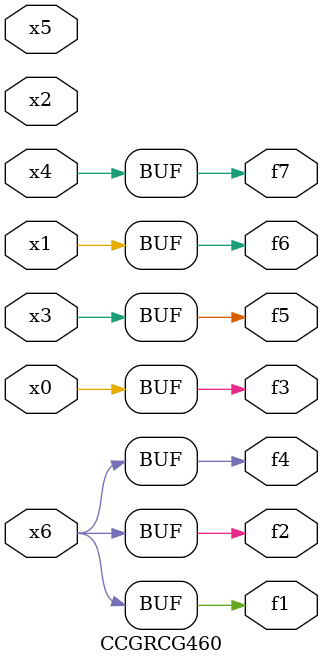
<source format=v>
module CCGRCG460(
	input x0, x1, x2, x3, x4, x5, x6,
	output f1, f2, f3, f4, f5, f6, f7
);
	assign f1 = x6;
	assign f2 = x6;
	assign f3 = x0;
	assign f4 = x6;
	assign f5 = x3;
	assign f6 = x1;
	assign f7 = x4;
endmodule

</source>
